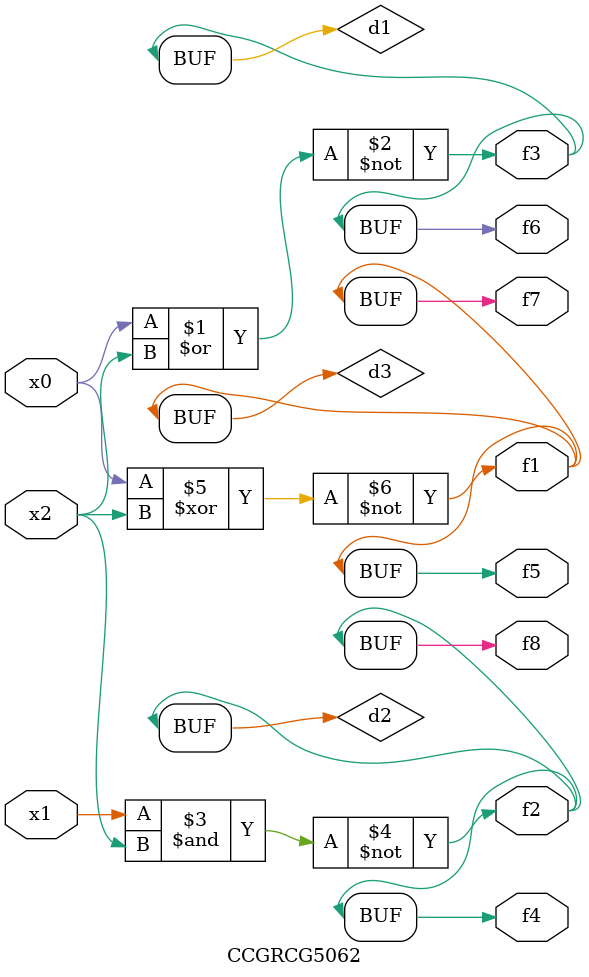
<source format=v>
module CCGRCG5062(
	input x0, x1, x2,
	output f1, f2, f3, f4, f5, f6, f7, f8
);

	wire d1, d2, d3;

	nor (d1, x0, x2);
	nand (d2, x1, x2);
	xnor (d3, x0, x2);
	assign f1 = d3;
	assign f2 = d2;
	assign f3 = d1;
	assign f4 = d2;
	assign f5 = d3;
	assign f6 = d1;
	assign f7 = d3;
	assign f8 = d2;
endmodule

</source>
